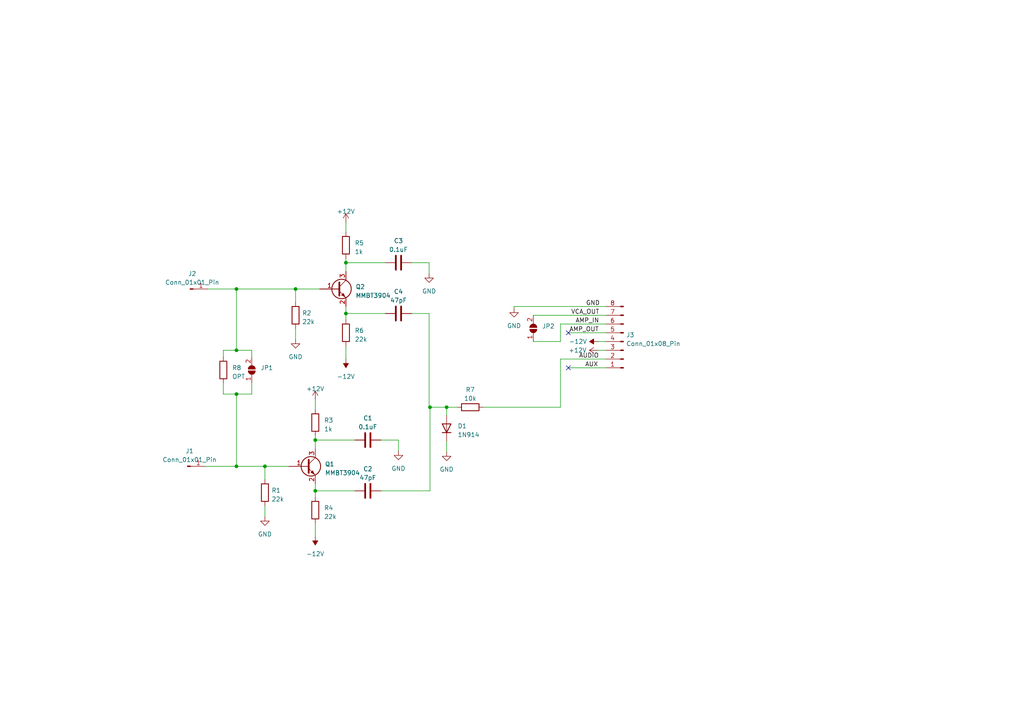
<source format=kicad_sch>
(kicad_sch (version 20221206) (generator eeschema)

  (uuid 7b000307-fb09-4732-bd45-31acbef2c52b)

  (paper "A4")

  (lib_symbols
    (symbol "Connector:Conn_01x01_Pin" (pin_names (offset 1.016) hide) (in_bom yes) (on_board yes)
      (property "Reference" "J" (at 0 2.54 0)
        (effects (font (size 1.27 1.27)))
      )
      (property "Value" "Conn_01x01_Pin" (at 0 -2.54 0)
        (effects (font (size 1.27 1.27)))
      )
      (property "Footprint" "" (at 0 0 0)
        (effects (font (size 1.27 1.27)) hide)
      )
      (property "Datasheet" "~" (at 0 0 0)
        (effects (font (size 1.27 1.27)) hide)
      )
      (property "ki_locked" "" (at 0 0 0)
        (effects (font (size 1.27 1.27)))
      )
      (property "ki_keywords" "connector" (at 0 0 0)
        (effects (font (size 1.27 1.27)) hide)
      )
      (property "ki_description" "Generic connector, single row, 01x01, script generated" (at 0 0 0)
        (effects (font (size 1.27 1.27)) hide)
      )
      (property "ki_fp_filters" "Connector*:*_1x??_*" (at 0 0 0)
        (effects (font (size 1.27 1.27)) hide)
      )
      (symbol "Conn_01x01_Pin_1_1"
        (polyline
          (pts
            (xy 1.27 0)
            (xy 0.8636 0)
          )
          (stroke (width 0.1524) (type default))
          (fill (type none))
        )
        (rectangle (start 0.8636 0.127) (end 0 -0.127)
          (stroke (width 0.1524) (type default))
          (fill (type outline))
        )
        (pin passive line (at 5.08 0 180) (length 3.81)
          (name "Pin_1" (effects (font (size 1.27 1.27))))
          (number "1" (effects (font (size 1.27 1.27))))
        )
      )
    )
    (symbol "Connector:Conn_01x08_Pin" (pin_names (offset 1.016) hide) (in_bom yes) (on_board yes)
      (property "Reference" "J" (at 0 10.16 0)
        (effects (font (size 1.27 1.27)))
      )
      (property "Value" "Conn_01x08_Pin" (at 0 -12.7 0)
        (effects (font (size 1.27 1.27)))
      )
      (property "Footprint" "" (at 0 0 0)
        (effects (font (size 1.27 1.27)) hide)
      )
      (property "Datasheet" "~" (at 0 0 0)
        (effects (font (size 1.27 1.27)) hide)
      )
      (property "ki_locked" "" (at 0 0 0)
        (effects (font (size 1.27 1.27)))
      )
      (property "ki_keywords" "connector" (at 0 0 0)
        (effects (font (size 1.27 1.27)) hide)
      )
      (property "ki_description" "Generic connector, single row, 01x08, script generated" (at 0 0 0)
        (effects (font (size 1.27 1.27)) hide)
      )
      (property "ki_fp_filters" "Connector*:*_1x??_*" (at 0 0 0)
        (effects (font (size 1.27 1.27)) hide)
      )
      (symbol "Conn_01x08_Pin_1_1"
        (polyline
          (pts
            (xy 1.27 -10.16)
            (xy 0.8636 -10.16)
          )
          (stroke (width 0.1524) (type default))
          (fill (type none))
        )
        (polyline
          (pts
            (xy 1.27 -7.62)
            (xy 0.8636 -7.62)
          )
          (stroke (width 0.1524) (type default))
          (fill (type none))
        )
        (polyline
          (pts
            (xy 1.27 -5.08)
            (xy 0.8636 -5.08)
          )
          (stroke (width 0.1524) (type default))
          (fill (type none))
        )
        (polyline
          (pts
            (xy 1.27 -2.54)
            (xy 0.8636 -2.54)
          )
          (stroke (width 0.1524) (type default))
          (fill (type none))
        )
        (polyline
          (pts
            (xy 1.27 0)
            (xy 0.8636 0)
          )
          (stroke (width 0.1524) (type default))
          (fill (type none))
        )
        (polyline
          (pts
            (xy 1.27 2.54)
            (xy 0.8636 2.54)
          )
          (stroke (width 0.1524) (type default))
          (fill (type none))
        )
        (polyline
          (pts
            (xy 1.27 5.08)
            (xy 0.8636 5.08)
          )
          (stroke (width 0.1524) (type default))
          (fill (type none))
        )
        (polyline
          (pts
            (xy 1.27 7.62)
            (xy 0.8636 7.62)
          )
          (stroke (width 0.1524) (type default))
          (fill (type none))
        )
        (rectangle (start 0.8636 -10.033) (end 0 -10.287)
          (stroke (width 0.1524) (type default))
          (fill (type outline))
        )
        (rectangle (start 0.8636 -7.493) (end 0 -7.747)
          (stroke (width 0.1524) (type default))
          (fill (type outline))
        )
        (rectangle (start 0.8636 -4.953) (end 0 -5.207)
          (stroke (width 0.1524) (type default))
          (fill (type outline))
        )
        (rectangle (start 0.8636 -2.413) (end 0 -2.667)
          (stroke (width 0.1524) (type default))
          (fill (type outline))
        )
        (rectangle (start 0.8636 0.127) (end 0 -0.127)
          (stroke (width 0.1524) (type default))
          (fill (type outline))
        )
        (rectangle (start 0.8636 2.667) (end 0 2.413)
          (stroke (width 0.1524) (type default))
          (fill (type outline))
        )
        (rectangle (start 0.8636 5.207) (end 0 4.953)
          (stroke (width 0.1524) (type default))
          (fill (type outline))
        )
        (rectangle (start 0.8636 7.747) (end 0 7.493)
          (stroke (width 0.1524) (type default))
          (fill (type outline))
        )
        (pin passive line (at 5.08 7.62 180) (length 3.81)
          (name "Pin_1" (effects (font (size 1.27 1.27))))
          (number "1" (effects (font (size 1.27 1.27))))
        )
        (pin passive line (at 5.08 5.08 180) (length 3.81)
          (name "Pin_2" (effects (font (size 1.27 1.27))))
          (number "2" (effects (font (size 1.27 1.27))))
        )
        (pin passive line (at 5.08 2.54 180) (length 3.81)
          (name "Pin_3" (effects (font (size 1.27 1.27))))
          (number "3" (effects (font (size 1.27 1.27))))
        )
        (pin passive line (at 5.08 0 180) (length 3.81)
          (name "Pin_4" (effects (font (size 1.27 1.27))))
          (number "4" (effects (font (size 1.27 1.27))))
        )
        (pin passive line (at 5.08 -2.54 180) (length 3.81)
          (name "Pin_5" (effects (font (size 1.27 1.27))))
          (number "5" (effects (font (size 1.27 1.27))))
        )
        (pin passive line (at 5.08 -5.08 180) (length 3.81)
          (name "Pin_6" (effects (font (size 1.27 1.27))))
          (number "6" (effects (font (size 1.27 1.27))))
        )
        (pin passive line (at 5.08 -7.62 180) (length 3.81)
          (name "Pin_7" (effects (font (size 1.27 1.27))))
          (number "7" (effects (font (size 1.27 1.27))))
        )
        (pin passive line (at 5.08 -10.16 180) (length 3.81)
          (name "Pin_8" (effects (font (size 1.27 1.27))))
          (number "8" (effects (font (size 1.27 1.27))))
        )
      )
    )
    (symbol "Device:C" (pin_numbers hide) (pin_names (offset 0.254)) (in_bom yes) (on_board yes)
      (property "Reference" "C" (at 0.635 2.54 0)
        (effects (font (size 1.27 1.27)) (justify left))
      )
      (property "Value" "C" (at 0.635 -2.54 0)
        (effects (font (size 1.27 1.27)) (justify left))
      )
      (property "Footprint" "" (at 0.9652 -3.81 0)
        (effects (font (size 1.27 1.27)) hide)
      )
      (property "Datasheet" "~" (at 0 0 0)
        (effects (font (size 1.27 1.27)) hide)
      )
      (property "ki_keywords" "cap capacitor" (at 0 0 0)
        (effects (font (size 1.27 1.27)) hide)
      )
      (property "ki_description" "Unpolarized capacitor" (at 0 0 0)
        (effects (font (size 1.27 1.27)) hide)
      )
      (property "ki_fp_filters" "C_*" (at 0 0 0)
        (effects (font (size 1.27 1.27)) hide)
      )
      (symbol "C_0_1"
        (polyline
          (pts
            (xy -2.032 -0.762)
            (xy 2.032 -0.762)
          )
          (stroke (width 0.508) (type default))
          (fill (type none))
        )
        (polyline
          (pts
            (xy -2.032 0.762)
            (xy 2.032 0.762)
          )
          (stroke (width 0.508) (type default))
          (fill (type none))
        )
      )
      (symbol "C_1_1"
        (pin passive line (at 0 3.81 270) (length 2.794)
          (name "~" (effects (font (size 1.27 1.27))))
          (number "1" (effects (font (size 1.27 1.27))))
        )
        (pin passive line (at 0 -3.81 90) (length 2.794)
          (name "~" (effects (font (size 1.27 1.27))))
          (number "2" (effects (font (size 1.27 1.27))))
        )
      )
    )
    (symbol "Device:R" (pin_numbers hide) (pin_names (offset 0)) (in_bom yes) (on_board yes)
      (property "Reference" "R" (at 2.032 0 90)
        (effects (font (size 1.27 1.27)))
      )
      (property "Value" "R" (at 0 0 90)
        (effects (font (size 1.27 1.27)))
      )
      (property "Footprint" "" (at -1.778 0 90)
        (effects (font (size 1.27 1.27)) hide)
      )
      (property "Datasheet" "~" (at 0 0 0)
        (effects (font (size 1.27 1.27)) hide)
      )
      (property "ki_keywords" "R res resistor" (at 0 0 0)
        (effects (font (size 1.27 1.27)) hide)
      )
      (property "ki_description" "Resistor" (at 0 0 0)
        (effects (font (size 1.27 1.27)) hide)
      )
      (property "ki_fp_filters" "R_*" (at 0 0 0)
        (effects (font (size 1.27 1.27)) hide)
      )
      (symbol "R_0_1"
        (rectangle (start -1.016 -2.54) (end 1.016 2.54)
          (stroke (width 0.254) (type default))
          (fill (type none))
        )
      )
      (symbol "R_1_1"
        (pin passive line (at 0 3.81 270) (length 1.27)
          (name "~" (effects (font (size 1.27 1.27))))
          (number "1" (effects (font (size 1.27 1.27))))
        )
        (pin passive line (at 0 -3.81 90) (length 1.27)
          (name "~" (effects (font (size 1.27 1.27))))
          (number "2" (effects (font (size 1.27 1.27))))
        )
      )
    )
    (symbol "Diode:1N914" (pin_numbers hide) (pin_names hide) (in_bom yes) (on_board yes)
      (property "Reference" "D" (at 0 2.54 0)
        (effects (font (size 1.27 1.27)))
      )
      (property "Value" "1N914" (at 0 -2.54 0)
        (effects (font (size 1.27 1.27)))
      )
      (property "Footprint" "Diode_THT:D_DO-35_SOD27_P7.62mm_Horizontal" (at 0 -4.445 0)
        (effects (font (size 1.27 1.27)) hide)
      )
      (property "Datasheet" "http://www.vishay.com/docs/85622/1n914.pdf" (at 0 0 0)
        (effects (font (size 1.27 1.27)) hide)
      )
      (property "ki_keywords" "diode" (at 0 0 0)
        (effects (font (size 1.27 1.27)) hide)
      )
      (property "ki_description" "100V 0.3A Small Signal Fast Switching Diode, DO-35" (at 0 0 0)
        (effects (font (size 1.27 1.27)) hide)
      )
      (property "ki_fp_filters" "D*DO?35*" (at 0 0 0)
        (effects (font (size 1.27 1.27)) hide)
      )
      (symbol "1N914_0_1"
        (polyline
          (pts
            (xy -1.27 1.27)
            (xy -1.27 -1.27)
          )
          (stroke (width 0.254) (type default))
          (fill (type none))
        )
        (polyline
          (pts
            (xy 1.27 0)
            (xy -1.27 0)
          )
          (stroke (width 0) (type default))
          (fill (type none))
        )
        (polyline
          (pts
            (xy 1.27 1.27)
            (xy 1.27 -1.27)
            (xy -1.27 0)
            (xy 1.27 1.27)
          )
          (stroke (width 0.254) (type default))
          (fill (type none))
        )
      )
      (symbol "1N914_1_1"
        (pin passive line (at -3.81 0 0) (length 2.54)
          (name "K" (effects (font (size 1.27 1.27))))
          (number "1" (effects (font (size 1.27 1.27))))
        )
        (pin passive line (at 3.81 0 180) (length 2.54)
          (name "A" (effects (font (size 1.27 1.27))))
          (number "2" (effects (font (size 1.27 1.27))))
        )
      )
    )
    (symbol "Jumper:SolderJumper_2_Open" (pin_names (offset 0) hide) (in_bom yes) (on_board yes)
      (property "Reference" "JP" (at 0 2.032 0)
        (effects (font (size 1.27 1.27)))
      )
      (property "Value" "SolderJumper_2_Open" (at 0 -2.54 0)
        (effects (font (size 1.27 1.27)))
      )
      (property "Footprint" "" (at 0 0 0)
        (effects (font (size 1.27 1.27)) hide)
      )
      (property "Datasheet" "~" (at 0 0 0)
        (effects (font (size 1.27 1.27)) hide)
      )
      (property "ki_keywords" "solder jumper SPST" (at 0 0 0)
        (effects (font (size 1.27 1.27)) hide)
      )
      (property "ki_description" "Solder Jumper, 2-pole, open" (at 0 0 0)
        (effects (font (size 1.27 1.27)) hide)
      )
      (property "ki_fp_filters" "SolderJumper*Open*" (at 0 0 0)
        (effects (font (size 1.27 1.27)) hide)
      )
      (symbol "SolderJumper_2_Open_0_1"
        (arc (start -0.254 1.016) (mid -1.2656 0) (end -0.254 -1.016)
          (stroke (width 0) (type default))
          (fill (type none))
        )
        (arc (start -0.254 1.016) (mid -1.2656 0) (end -0.254 -1.016)
          (stroke (width 0) (type default))
          (fill (type outline))
        )
        (polyline
          (pts
            (xy -0.254 1.016)
            (xy -0.254 -1.016)
          )
          (stroke (width 0) (type default))
          (fill (type none))
        )
        (polyline
          (pts
            (xy 0.254 1.016)
            (xy 0.254 -1.016)
          )
          (stroke (width 0) (type default))
          (fill (type none))
        )
        (arc (start 0.254 -1.016) (mid 1.2656 0) (end 0.254 1.016)
          (stroke (width 0) (type default))
          (fill (type none))
        )
        (arc (start 0.254 -1.016) (mid 1.2656 0) (end 0.254 1.016)
          (stroke (width 0) (type default))
          (fill (type outline))
        )
      )
      (symbol "SolderJumper_2_Open_1_1"
        (pin passive line (at -3.81 0 0) (length 2.54)
          (name "A" (effects (font (size 1.27 1.27))))
          (number "1" (effects (font (size 1.27 1.27))))
        )
        (pin passive line (at 3.81 0 180) (length 2.54)
          (name "B" (effects (font (size 1.27 1.27))))
          (number "2" (effects (font (size 1.27 1.27))))
        )
      )
    )
    (symbol "Transistor_BJT:MMBT3904" (pin_names (offset 0) hide) (in_bom yes) (on_board yes)
      (property "Reference" "Q" (at 5.08 1.905 0)
        (effects (font (size 1.27 1.27)) (justify left))
      )
      (property "Value" "MMBT3904" (at 5.08 0 0)
        (effects (font (size 1.27 1.27)) (justify left))
      )
      (property "Footprint" "Package_TO_SOT_SMD:SOT-23" (at 5.08 -1.905 0)
        (effects (font (size 1.27 1.27) italic) (justify left) hide)
      )
      (property "Datasheet" "https://www.onsemi.com/pub/Collateral/2N3903-D.PDF" (at 0 0 0)
        (effects (font (size 1.27 1.27)) (justify left) hide)
      )
      (property "ki_keywords" "NPN Transistor" (at 0 0 0)
        (effects (font (size 1.27 1.27)) hide)
      )
      (property "ki_description" "0.2A Ic, 40V Vce, Small Signal NPN Transistor, SOT-23" (at 0 0 0)
        (effects (font (size 1.27 1.27)) hide)
      )
      (property "ki_fp_filters" "SOT?23*" (at 0 0 0)
        (effects (font (size 1.27 1.27)) hide)
      )
      (symbol "MMBT3904_0_1"
        (polyline
          (pts
            (xy 0.635 0.635)
            (xy 2.54 2.54)
          )
          (stroke (width 0) (type default))
          (fill (type none))
        )
        (polyline
          (pts
            (xy 0.635 -0.635)
            (xy 2.54 -2.54)
            (xy 2.54 -2.54)
          )
          (stroke (width 0) (type default))
          (fill (type none))
        )
        (polyline
          (pts
            (xy 0.635 1.905)
            (xy 0.635 -1.905)
            (xy 0.635 -1.905)
          )
          (stroke (width 0.508) (type default))
          (fill (type none))
        )
        (polyline
          (pts
            (xy 1.27 -1.778)
            (xy 1.778 -1.27)
            (xy 2.286 -2.286)
            (xy 1.27 -1.778)
            (xy 1.27 -1.778)
          )
          (stroke (width 0) (type default))
          (fill (type outline))
        )
        (circle (center 1.27 0) (radius 2.8194)
          (stroke (width 0.254) (type default))
          (fill (type none))
        )
      )
      (symbol "MMBT3904_1_1"
        (pin input line (at -5.08 0 0) (length 5.715)
          (name "B" (effects (font (size 1.27 1.27))))
          (number "1" (effects (font (size 1.27 1.27))))
        )
        (pin passive line (at 2.54 -5.08 90) (length 2.54)
          (name "E" (effects (font (size 1.27 1.27))))
          (number "2" (effects (font (size 1.27 1.27))))
        )
        (pin passive line (at 2.54 5.08 270) (length 2.54)
          (name "C" (effects (font (size 1.27 1.27))))
          (number "3" (effects (font (size 1.27 1.27))))
        )
      )
    )
    (symbol "power:+12V" (power) (pin_names (offset 0)) (in_bom yes) (on_board yes)
      (property "Reference" "#PWR" (at 0 -3.81 0)
        (effects (font (size 1.27 1.27)) hide)
      )
      (property "Value" "+12V" (at 0 3.556 0)
        (effects (font (size 1.27 1.27)))
      )
      (property "Footprint" "" (at 0 0 0)
        (effects (font (size 1.27 1.27)) hide)
      )
      (property "Datasheet" "" (at 0 0 0)
        (effects (font (size 1.27 1.27)) hide)
      )
      (property "ki_keywords" "global power" (at 0 0 0)
        (effects (font (size 1.27 1.27)) hide)
      )
      (property "ki_description" "Power symbol creates a global label with name \"+12V\"" (at 0 0 0)
        (effects (font (size 1.27 1.27)) hide)
      )
      (symbol "+12V_0_1"
        (polyline
          (pts
            (xy -0.762 1.27)
            (xy 0 2.54)
          )
          (stroke (width 0) (type default))
          (fill (type none))
        )
        (polyline
          (pts
            (xy 0 0)
            (xy 0 2.54)
          )
          (stroke (width 0) (type default))
          (fill (type none))
        )
        (polyline
          (pts
            (xy 0 2.54)
            (xy 0.762 1.27)
          )
          (stroke (width 0) (type default))
          (fill (type none))
        )
      )
      (symbol "+12V_1_1"
        (pin power_in line (at 0 0 90) (length 0) hide
          (name "+12V" (effects (font (size 1.27 1.27))))
          (number "1" (effects (font (size 1.27 1.27))))
        )
      )
    )
    (symbol "power:-12V" (power) (pin_names (offset 0)) (in_bom yes) (on_board yes)
      (property "Reference" "#PWR" (at 0 2.54 0)
        (effects (font (size 1.27 1.27)) hide)
      )
      (property "Value" "-12V" (at 0 3.81 0)
        (effects (font (size 1.27 1.27)))
      )
      (property "Footprint" "" (at 0 0 0)
        (effects (font (size 1.27 1.27)) hide)
      )
      (property "Datasheet" "" (at 0 0 0)
        (effects (font (size 1.27 1.27)) hide)
      )
      (property "ki_keywords" "global power" (at 0 0 0)
        (effects (font (size 1.27 1.27)) hide)
      )
      (property "ki_description" "Power symbol creates a global label with name \"-12V\"" (at 0 0 0)
        (effects (font (size 1.27 1.27)) hide)
      )
      (symbol "-12V_0_0"
        (pin power_in line (at 0 0 90) (length 0) hide
          (name "-12V" (effects (font (size 1.27 1.27))))
          (number "1" (effects (font (size 1.27 1.27))))
        )
      )
      (symbol "-12V_0_1"
        (polyline
          (pts
            (xy 0 0)
            (xy 0 1.27)
            (xy 0.762 1.27)
            (xy 0 2.54)
            (xy -0.762 1.27)
            (xy 0 1.27)
          )
          (stroke (width 0) (type default))
          (fill (type outline))
        )
      )
    )
    (symbol "power:GND" (power) (pin_names (offset 0)) (in_bom yes) (on_board yes)
      (property "Reference" "#PWR" (at 0 -6.35 0)
        (effects (font (size 1.27 1.27)) hide)
      )
      (property "Value" "GND" (at 0 -3.81 0)
        (effects (font (size 1.27 1.27)))
      )
      (property "Footprint" "" (at 0 0 0)
        (effects (font (size 1.27 1.27)) hide)
      )
      (property "Datasheet" "" (at 0 0 0)
        (effects (font (size 1.27 1.27)) hide)
      )
      (property "ki_keywords" "global power" (at 0 0 0)
        (effects (font (size 1.27 1.27)) hide)
      )
      (property "ki_description" "Power symbol creates a global label with name \"GND\" , ground" (at 0 0 0)
        (effects (font (size 1.27 1.27)) hide)
      )
      (symbol "GND_0_1"
        (polyline
          (pts
            (xy 0 0)
            (xy 0 -1.27)
            (xy 1.27 -1.27)
            (xy 0 -2.54)
            (xy -1.27 -1.27)
            (xy 0 -1.27)
          )
          (stroke (width 0) (type default))
          (fill (type none))
        )
      )
      (symbol "GND_1_1"
        (pin power_in line (at 0 0 270) (length 0) hide
          (name "GND" (effects (font (size 1.27 1.27))))
          (number "1" (effects (font (size 1.27 1.27))))
        )
      )
    )
  )

  (junction (at 124.714 118.11) (diameter 0) (color 0 0 0 0)
    (uuid 03ed4b1b-e18a-4a5e-920a-59febeb9dc00)
  )
  (junction (at 76.835 135.255) (diameter 0) (color 0 0 0 0)
    (uuid 2ef4995e-d513-40a3-9b79-82ba0ba03cdb)
  )
  (junction (at 91.44 142.367) (diameter 0) (color 0 0 0 0)
    (uuid 39877476-38e6-4010-8b41-c7ab18e23e25)
  )
  (junction (at 129.54 118.11) (diameter 0) (color 0 0 0 0)
    (uuid 565f3d60-71a5-4cf4-b48f-5dc145d304af)
  )
  (junction (at 91.44 127.635) (diameter 0) (color 0 0 0 0)
    (uuid 9b174550-af8c-44d7-9007-7ba44786f11d)
  )
  (junction (at 68.58 83.82) (diameter 0) (color 0 0 0 0)
    (uuid a227a3af-0d66-49cb-9c96-82cdb7d34348)
  )
  (junction (at 100.33 76.2) (diameter 0) (color 0 0 0 0)
    (uuid b400c647-61e6-4a1f-973d-9e373c4a44cc)
  )
  (junction (at 85.725 83.82) (diameter 0) (color 0 0 0 0)
    (uuid c0af973e-f748-474f-a343-2a166a735439)
  )
  (junction (at 68.58 101.6) (diameter 0) (color 0 0 0 0)
    (uuid c99a7d02-b069-414a-b248-341d01571010)
  )
  (junction (at 68.58 135.255) (diameter 0) (color 0 0 0 0)
    (uuid d74ef603-c2e3-4e3e-a78f-adbfb451439b)
  )
  (junction (at 100.33 90.932) (diameter 0) (color 0 0 0 0)
    (uuid e0a7590f-e3e1-47a3-8ede-657bb96b8d5d)
  )
  (junction (at 68.58 114.3) (diameter 0) (color 0 0 0 0)
    (uuid edc186d4-3e81-4bd8-b8bf-92bf5defd9aa)
  )

  (no_connect (at 164.846 106.68) (uuid 07016379-7560-4749-aede-2951cc41865d))
  (no_connect (at 164.846 96.52) (uuid 91d3b4fd-d370-476d-b42e-af7d50e3fe15))

  (wire (pts (xy 60.198 83.82) (xy 68.58 83.82))
    (stroke (width 0) (type default))
    (uuid 024733db-d20e-40ef-a9b4-7ae306e4b754)
  )
  (wire (pts (xy 115.57 127.635) (xy 115.57 130.81))
    (stroke (width 0) (type default))
    (uuid 11889502-7156-4449-8305-5d67819bf0d9)
  )
  (wire (pts (xy 119.38 90.932) (xy 124.46 90.932))
    (stroke (width 0) (type default))
    (uuid 15db5ceb-7022-4099-aa7d-921416e4841c)
  )
  (wire (pts (xy 173.482 99.06) (xy 175.768 99.06))
    (stroke (width 0) (type default))
    (uuid 1e1d7b7c-d344-4c5c-becc-a4353fc1c98f)
  )
  (wire (pts (xy 154.686 91.44) (xy 175.768 91.44))
    (stroke (width 0) (type default))
    (uuid 1f36a7d3-fe0b-48d1-8b07-125259c5684b)
  )
  (wire (pts (xy 76.835 135.255) (xy 83.82 135.255))
    (stroke (width 0) (type default))
    (uuid 1ff5d32a-9f5e-4902-80f0-9c645b015a51)
  )
  (wire (pts (xy 68.58 114.3) (xy 68.58 135.255))
    (stroke (width 0) (type default))
    (uuid 24aae435-acbc-452c-a00f-feec56de0b56)
  )
  (wire (pts (xy 162.56 104.14) (xy 175.768 104.14))
    (stroke (width 0) (type default))
    (uuid 25b9d4e1-540b-4764-84ab-25ca3278ec5c)
  )
  (wire (pts (xy 175.768 88.9) (xy 149.098 88.9))
    (stroke (width 0) (type default))
    (uuid 30d215d3-0dce-4473-9de5-02002855f59a)
  )
  (wire (pts (xy 111.76 76.2) (xy 100.33 76.2))
    (stroke (width 0) (type default))
    (uuid 34988d98-465c-4739-a0cc-75336e10691f)
  )
  (wire (pts (xy 129.54 118.11) (xy 129.54 120.396))
    (stroke (width 0) (type default))
    (uuid 3a496560-e0b4-4628-9325-fca491bf40f4)
  )
  (wire (pts (xy 124.714 118.11) (xy 129.54 118.11))
    (stroke (width 0) (type default))
    (uuid 3cc01301-08bb-43b3-a287-d2e624920378)
  )
  (wire (pts (xy 119.38 76.2) (xy 124.46 76.2))
    (stroke (width 0) (type default))
    (uuid 3fdbf1c5-5387-4185-bff7-bf1126e92b23)
  )
  (wire (pts (xy 68.58 101.6) (xy 73.025 101.6))
    (stroke (width 0) (type default))
    (uuid 492fd932-09f6-4e06-b353-d65abbe64218)
  )
  (wire (pts (xy 102.87 142.367) (xy 91.44 142.367))
    (stroke (width 0) (type default))
    (uuid 53570700-8677-4b32-b3bd-f0347dbe7d3a)
  )
  (wire (pts (xy 85.725 83.82) (xy 85.725 87.63))
    (stroke (width 0) (type default))
    (uuid 5569e15c-e11a-4d87-803a-9d2b523b89b9)
  )
  (wire (pts (xy 162.56 118.11) (xy 162.56 104.14))
    (stroke (width 0) (type default))
    (uuid 58c5c12e-3e5a-4fcf-908b-d36e96e5f9f4)
  )
  (wire (pts (xy 164.846 96.52) (xy 175.768 96.52))
    (stroke (width 0) (type default))
    (uuid 598ddf25-8db0-45ef-912d-adb324981bf4)
  )
  (wire (pts (xy 68.58 114.3) (xy 73.025 114.3))
    (stroke (width 0) (type default))
    (uuid 5b2b9bdf-0111-403e-b208-705fa4e2d6c6)
  )
  (wire (pts (xy 73.025 114.3) (xy 73.025 111.125))
    (stroke (width 0) (type default))
    (uuid 5b45eb9e-16bb-4e4c-b661-2f5b836f39f2)
  )
  (wire (pts (xy 76.835 135.255) (xy 76.835 139.065))
    (stroke (width 0) (type default))
    (uuid 5b9a6467-50eb-4a53-a0ae-035ded638754)
  )
  (wire (pts (xy 124.714 118.11) (xy 124.714 142.367))
    (stroke (width 0) (type default))
    (uuid 5ffc6580-ce52-4478-bf48-e17170f0d0f8)
  )
  (wire (pts (xy 64.77 114.3) (xy 68.58 114.3))
    (stroke (width 0) (type default))
    (uuid 610fe438-b0ad-42fd-ab76-4ddf60591516)
  )
  (wire (pts (xy 164.846 106.68) (xy 175.768 106.68))
    (stroke (width 0) (type default))
    (uuid 64b55d8d-0bb8-410f-8117-d0c1fb094b42)
  )
  (wire (pts (xy 91.44 127.635) (xy 91.44 130.175))
    (stroke (width 0) (type default))
    (uuid 679c3db2-d967-4ddf-919f-21dfc6cfefd4)
  )
  (wire (pts (xy 68.58 83.82) (xy 85.725 83.82))
    (stroke (width 0) (type default))
    (uuid 6a4090f1-ec0b-4bc0-ace7-796dff18fc57)
  )
  (wire (pts (xy 64.77 103.505) (xy 64.77 101.6))
    (stroke (width 0) (type default))
    (uuid 6e4ed47c-2635-4818-8fe9-e63f7f4eeb59)
  )
  (wire (pts (xy 68.58 135.255) (xy 76.835 135.255))
    (stroke (width 0) (type default))
    (uuid 6f9d1868-63de-4506-a58a-9a024a4d4a6b)
  )
  (wire (pts (xy 100.33 74.93) (xy 100.33 76.2))
    (stroke (width 0) (type default))
    (uuid 7568289c-d337-477e-9c49-9aaccba82990)
  )
  (wire (pts (xy 64.77 111.125) (xy 64.77 114.3))
    (stroke (width 0) (type default))
    (uuid 78cabae5-c7fe-4721-b35f-24873ae88591)
  )
  (wire (pts (xy 73.025 101.6) (xy 73.025 103.505))
    (stroke (width 0) (type default))
    (uuid 797b7814-84c1-43c0-a464-f756f19be5cb)
  )
  (wire (pts (xy 110.49 127.635) (xy 115.57 127.635))
    (stroke (width 0) (type default))
    (uuid 7d2095d7-1f7e-48ec-aa97-2a8976aee7ae)
  )
  (wire (pts (xy 110.49 142.367) (xy 124.714 142.367))
    (stroke (width 0) (type default))
    (uuid 811a98d3-bc31-4352-85af-66f61657e99b)
  )
  (wire (pts (xy 124.46 76.2) (xy 124.46 79.375))
    (stroke (width 0) (type default))
    (uuid 815d6908-b7cd-4cf9-b6ef-9c66e9a0b1b6)
  )
  (wire (pts (xy 100.33 100.33) (xy 100.33 104.14))
    (stroke (width 0) (type default))
    (uuid 844eab51-91a4-4bb9-a1c9-37970b152e05)
  )
  (wire (pts (xy 149.098 88.9) (xy 149.098 89.408))
    (stroke (width 0) (type default))
    (uuid 84cae5a6-7b89-46b5-b50e-70d8e40ed2aa)
  )
  (wire (pts (xy 100.33 90.932) (xy 100.33 92.71))
    (stroke (width 0) (type default))
    (uuid 8a5408b4-02ca-4206-b182-3e1119fdb332)
  )
  (wire (pts (xy 91.44 126.365) (xy 91.44 127.635))
    (stroke (width 0) (type default))
    (uuid 915e7265-226f-4536-ac97-8d4d42066e0f)
  )
  (wire (pts (xy 68.58 83.82) (xy 68.58 101.6))
    (stroke (width 0) (type default))
    (uuid 9218cf71-852c-45f2-80a3-af5a710ec8e5)
  )
  (wire (pts (xy 162.56 99.06) (xy 162.56 93.98))
    (stroke (width 0) (type default))
    (uuid 9468f391-02eb-44a5-aa57-0134434a140a)
  )
  (wire (pts (xy 140.208 118.11) (xy 162.56 118.11))
    (stroke (width 0) (type default))
    (uuid 96f5d606-deaa-4745-a3f5-34a415cd5b40)
  )
  (wire (pts (xy 129.54 128.016) (xy 129.54 131.064))
    (stroke (width 0) (type default))
    (uuid a2cdba15-d6b4-4da3-ac0f-8234a7ca826a)
  )
  (wire (pts (xy 154.686 99.06) (xy 162.56 99.06))
    (stroke (width 0) (type default))
    (uuid b181cf89-da62-42e6-bbcb-b42480dc4f17)
  )
  (wire (pts (xy 111.76 90.932) (xy 100.33 90.932))
    (stroke (width 0) (type default))
    (uuid b2cb0f13-fb47-4ba4-b983-6b5359fa45f5)
  )
  (wire (pts (xy 102.87 127.635) (xy 91.44 127.635))
    (stroke (width 0) (type default))
    (uuid b4a8765b-4d03-46f6-a7ad-de7b3e8cfb62)
  )
  (wire (pts (xy 162.56 93.98) (xy 175.768 93.98))
    (stroke (width 0) (type default))
    (uuid c170e73d-aa78-4202-abd8-4264113699d2)
  )
  (wire (pts (xy 124.714 118.11) (xy 124.46 118.11))
    (stroke (width 0) (type default))
    (uuid c22f0667-2d37-4d4f-8526-9b51c4381d49)
  )
  (wire (pts (xy 100.33 76.2) (xy 100.33 78.74))
    (stroke (width 0) (type default))
    (uuid c709d5fe-9ef0-4dc1-aec5-2b445b5558e4)
  )
  (wire (pts (xy 124.46 90.932) (xy 124.46 118.11))
    (stroke (width 0) (type default))
    (uuid cbf7243b-7c84-44cd-b512-cd4727b95aee)
  )
  (wire (pts (xy 100.33 88.9) (xy 100.33 90.932))
    (stroke (width 0) (type default))
    (uuid d0995acb-b5bc-4973-b7f2-e59b45820115)
  )
  (wire (pts (xy 91.44 140.335) (xy 91.44 142.367))
    (stroke (width 0) (type default))
    (uuid d1403198-6f9d-4297-915e-55648e3393f7)
  )
  (wire (pts (xy 64.77 101.6) (xy 68.58 101.6))
    (stroke (width 0) (type default))
    (uuid d4c988b1-8aa6-41ab-8301-a9ca2eb0a216)
  )
  (wire (pts (xy 85.725 83.82) (xy 92.71 83.82))
    (stroke (width 0) (type default))
    (uuid db57de7d-7f7c-4860-9944-4d7c21ce5e10)
  )
  (wire (pts (xy 173.482 101.6) (xy 175.768 101.6))
    (stroke (width 0) (type default))
    (uuid db8c8f89-eaff-410d-b508-058dc4a2d33f)
  )
  (wire (pts (xy 59.436 135.255) (xy 68.58 135.255))
    (stroke (width 0) (type default))
    (uuid dd945ea0-749f-469e-9d18-7ef1c80a4007)
  )
  (wire (pts (xy 91.44 142.367) (xy 91.44 144.145))
    (stroke (width 0) (type default))
    (uuid e46bde4c-4661-458e-acc3-5a25f66c74f7)
  )
  (wire (pts (xy 129.54 118.11) (xy 132.588 118.11))
    (stroke (width 0) (type default))
    (uuid e5409c3a-e252-4d18-88e6-2d7ebd2ff6a0)
  )
  (wire (pts (xy 85.725 95.25) (xy 85.725 98.425))
    (stroke (width 0) (type default))
    (uuid e7c2c81a-ab13-450d-894d-de11d10f62cf)
  )
  (wire (pts (xy 100.33 64.516) (xy 100.33 67.31))
    (stroke (width 0) (type default))
    (uuid ecaf3add-01d1-4e22-b7df-a9096bce2cee)
  )
  (wire (pts (xy 91.44 115.951) (xy 91.44 118.745))
    (stroke (width 0) (type default))
    (uuid f0d0f814-03e0-4cd9-9b6a-59aa59d93661)
  )
  (wire (pts (xy 91.44 151.765) (xy 91.44 155.575))
    (stroke (width 0) (type default))
    (uuid f88a8dfe-9f97-437a-b08e-d75d9f2865d4)
  )
  (wire (pts (xy 76.835 146.685) (xy 76.835 149.86))
    (stroke (width 0) (type default))
    (uuid f8f89b64-a556-4628-979b-603f67d5aec4)
  )

  (label "VCA_OUT" (at 165.608 91.44 0) (fields_autoplaced)
    (effects (font (size 1.27 1.27)) (justify left bottom))
    (uuid 1c6aa237-d852-41bb-b23a-a67b87848828)
  )
  (label "AUX" (at 169.672 106.68 0) (fields_autoplaced)
    (effects (font (size 1.27 1.27)) (justify left bottom))
    (uuid 2dc966c8-64b4-41be-a203-d060c0c9bdf7)
  )
  (label "AUDIO" (at 167.894 104.14 0) (fields_autoplaced)
    (effects (font (size 1.27 1.27)) (justify left bottom))
    (uuid 9eac6cf2-c0af-4c31-8bf5-8cdd3e3e29bf)
  )
  (label "AMP_IN" (at 166.878 93.98 0) (fields_autoplaced)
    (effects (font (size 1.27 1.27)) (justify left bottom))
    (uuid b764c364-287b-4e84-990f-f6e23a37f627)
  )
  (label "GND" (at 169.926 88.9 0) (fields_autoplaced)
    (effects (font (size 1.27 1.27)) (justify left bottom))
    (uuid e25c601a-a67c-4766-a312-da2dabbf4c08)
  )
  (label "AMP_OUT" (at 165.1 96.52 0) (fields_autoplaced)
    (effects (font (size 1.27 1.27)) (justify left bottom))
    (uuid e3f3fffc-3c8a-4542-a469-6aa2cdd69f8a)
  )

  (symbol (lib_id "Device:C") (at 106.68 142.367 90) (unit 1)
    (in_bom yes) (on_board yes) (dnp no) (fields_autoplaced)
    (uuid 0924bcf0-76bd-48a6-b874-0998ed1be5be)
    (property "Reference" "C2" (at 106.68 136.017 90)
      (effects (font (size 1.27 1.27)))
    )
    (property "Value" "47pF" (at 106.68 138.557 90)
      (effects (font (size 1.27 1.27)))
    )
    (property "Footprint" "Capacitor_SMD:C_0603_1608Metric_Pad1.08x0.95mm_HandSolder" (at 110.49 141.4018 0)
      (effects (font (size 1.27 1.27)) hide)
    )
    (property "Datasheet" "~" (at 106.68 142.367 0)
      (effects (font (size 1.27 1.27)) hide)
    )
    (pin "1" (uuid c02d04fa-1f1c-4a1e-8f6b-2b7162aa8456))
    (pin "2" (uuid 8f2065b9-f274-4dc5-adad-95e4245248f5))
    (instances
      (project "YAEWSBM2"
        (path "/7b000307-fb09-4732-bd45-31acbef2c52b"
          (reference "C2") (unit 1)
        )
      )
    )
  )

  (symbol (lib_id "Device:R") (at 85.725 91.44 180) (unit 1)
    (in_bom yes) (on_board yes) (dnp no) (fields_autoplaced)
    (uuid 0ab45e46-4582-4722-82ee-d60444da1907)
    (property "Reference" "R2" (at 87.63 90.805 0)
      (effects (font (size 1.27 1.27)) (justify right))
    )
    (property "Value" "22k" (at 87.63 93.345 0)
      (effects (font (size 1.27 1.27)) (justify right))
    )
    (property "Footprint" "Resistor_SMD:R_0603_1608Metric_Pad0.98x0.95mm_HandSolder" (at 87.503 91.44 90)
      (effects (font (size 1.27 1.27)) hide)
    )
    (property "Datasheet" "~" (at 85.725 91.44 0)
      (effects (font (size 1.27 1.27)) hide)
    )
    (pin "1" (uuid 83db81c8-7af8-4d33-96b3-3d696cb67f13))
    (pin "2" (uuid a326f2da-b892-4c9c-b0d7-07ec43f66e5f))
    (instances
      (project "YAEWSBM2"
        (path "/7b000307-fb09-4732-bd45-31acbef2c52b"
          (reference "R2") (unit 1)
        )
      )
    )
  )

  (symbol (lib_id "power:+12V") (at 91.44 115.951 0) (unit 1)
    (in_bom yes) (on_board yes) (dnp no) (fields_autoplaced)
    (uuid 2584578c-eab4-4bb2-af00-dd97c0dd927f)
    (property "Reference" "#PWR07" (at 91.44 119.761 0)
      (effects (font (size 1.27 1.27)) hide)
    )
    (property "Value" "+12V" (at 91.44 112.776 0)
      (effects (font (size 1.27 1.27)))
    )
    (property "Footprint" "" (at 91.44 115.951 0)
      (effects (font (size 1.27 1.27)) hide)
    )
    (property "Datasheet" "" (at 91.44 115.951 0)
      (effects (font (size 1.27 1.27)) hide)
    )
    (pin "1" (uuid f188e0f0-ae78-48af-97c3-b4a03bfd82d9))
    (instances
      (project "YAEWSBM2"
        (path "/7b000307-fb09-4732-bd45-31acbef2c52b"
          (reference "#PWR07") (unit 1)
        )
      )
    )
  )

  (symbol (lib_id "Device:R") (at 100.33 96.52 0) (unit 1)
    (in_bom yes) (on_board yes) (dnp no) (fields_autoplaced)
    (uuid 2cd83585-9fb7-453a-8081-9abc0f99f7f4)
    (property "Reference" "R6" (at 102.87 95.885 0)
      (effects (font (size 1.27 1.27)) (justify left))
    )
    (property "Value" "22k" (at 102.87 98.425 0)
      (effects (font (size 1.27 1.27)) (justify left))
    )
    (property "Footprint" "Resistor_SMD:R_0603_1608Metric_Pad0.98x0.95mm_HandSolder" (at 98.552 96.52 90)
      (effects (font (size 1.27 1.27)) hide)
    )
    (property "Datasheet" "~" (at 100.33 96.52 0)
      (effects (font (size 1.27 1.27)) hide)
    )
    (pin "1" (uuid 3c819936-df6e-4855-900d-a8a12fe256a1))
    (pin "2" (uuid 45600111-d6ab-4cdb-98e6-885ec1442aeb))
    (instances
      (project "YAEWSBM2"
        (path "/7b000307-fb09-4732-bd45-31acbef2c52b"
          (reference "R6") (unit 1)
        )
      )
    )
  )

  (symbol (lib_id "power:GND") (at 115.57 130.81 0) (unit 1)
    (in_bom yes) (on_board yes) (dnp no) (fields_autoplaced)
    (uuid 35fb362a-11e0-40f4-9c73-ba8c37ceaac1)
    (property "Reference" "#PWR09" (at 115.57 137.16 0)
      (effects (font (size 1.27 1.27)) hide)
    )
    (property "Value" "GND" (at 115.57 135.89 0)
      (effects (font (size 1.27 1.27)))
    )
    (property "Footprint" "" (at 115.57 130.81 0)
      (effects (font (size 1.27 1.27)) hide)
    )
    (property "Datasheet" "" (at 115.57 130.81 0)
      (effects (font (size 1.27 1.27)) hide)
    )
    (pin "1" (uuid 5db7217d-dd7b-41df-85cd-ecd064d62c14))
    (instances
      (project "YAEWSBM2"
        (path "/7b000307-fb09-4732-bd45-31acbef2c52b"
          (reference "#PWR09") (unit 1)
        )
      )
    )
  )

  (symbol (lib_id "Device:C") (at 115.57 76.2 90) (unit 1)
    (in_bom yes) (on_board yes) (dnp no) (fields_autoplaced)
    (uuid 36cfa544-d190-4ec4-87fe-0d18bdf74114)
    (property "Reference" "C3" (at 115.57 69.85 90)
      (effects (font (size 1.27 1.27)))
    )
    (property "Value" "0.1uF" (at 115.57 72.39 90)
      (effects (font (size 1.27 1.27)))
    )
    (property "Footprint" "Capacitor_SMD:C_0603_1608Metric_Pad1.08x0.95mm_HandSolder" (at 119.38 75.2348 0)
      (effects (font (size 1.27 1.27)) hide)
    )
    (property "Datasheet" "~" (at 115.57 76.2 0)
      (effects (font (size 1.27 1.27)) hide)
    )
    (pin "1" (uuid 159a7cca-a2d7-4066-9442-00a1501e8d4b))
    (pin "2" (uuid 55d2f8c9-a5f0-4291-8461-78f7df3e6f0f))
    (instances
      (project "YAEWSBM2"
        (path "/7b000307-fb09-4732-bd45-31acbef2c52b"
          (reference "C3") (unit 1)
        )
      )
    )
  )

  (symbol (lib_id "power:-12V") (at 173.482 99.06 90) (unit 1)
    (in_bom yes) (on_board yes) (dnp no)
    (uuid 382a8eb8-693c-4374-abdc-27dee25de1ad)
    (property "Reference" "#PWR012" (at 170.942 99.06 0)
      (effects (font (size 1.27 1.27)) hide)
    )
    (property "Value" "-12V" (at 167.64 99.06 90)
      (effects (font (size 1.27 1.27)))
    )
    (property "Footprint" "" (at 173.482 99.06 0)
      (effects (font (size 1.27 1.27)) hide)
    )
    (property "Datasheet" "" (at 173.482 99.06 0)
      (effects (font (size 1.27 1.27)) hide)
    )
    (pin "1" (uuid d09e30fb-38c9-444b-ac45-c111687bfd47))
    (instances
      (project "YAEWSBM2"
        (path "/7b000307-fb09-4732-bd45-31acbef2c52b"
          (reference "#PWR012") (unit 1)
        )
      )
    )
  )

  (symbol (lib_id "Jumper:SolderJumper_2_Open") (at 73.025 107.315 90) (unit 1)
    (in_bom yes) (on_board yes) (dnp no) (fields_autoplaced)
    (uuid 51833e49-9cd7-4bf4-9d3e-ea1b8e40d253)
    (property "Reference" "JP1" (at 75.565 106.68 90)
      (effects (font (size 1.27 1.27)) (justify right))
    )
    (property "Value" "SolderJumper_2_Open" (at 75.565 109.22 90)
      (effects (font (size 1.27 1.27)) (justify right) hide)
    )
    (property "Footprint" "Jumper:SolderJumper-2_P1.3mm_Open_RoundedPad1.0x1.5mm" (at 73.025 107.315 0)
      (effects (font (size 1.27 1.27)) hide)
    )
    (property "Datasheet" "~" (at 73.025 107.315 0)
      (effects (font (size 1.27 1.27)) hide)
    )
    (pin "1" (uuid fc46c947-733c-45cd-9f3b-c9f9dd176b04))
    (pin "2" (uuid 4e7e58ee-da87-4499-942d-1ec7b347e737))
    (instances
      (project "YAEWSBM2"
        (path "/7b000307-fb09-4732-bd45-31acbef2c52b"
          (reference "JP1") (unit 1)
        )
      )
    )
  )

  (symbol (lib_id "power:GND") (at 124.46 79.375 0) (unit 1)
    (in_bom yes) (on_board yes) (dnp no) (fields_autoplaced)
    (uuid 635ef50e-24fd-41bb-9088-6c5e9db2588f)
    (property "Reference" "#PWR04" (at 124.46 85.725 0)
      (effects (font (size 1.27 1.27)) hide)
    )
    (property "Value" "GND" (at 124.46 84.455 0)
      (effects (font (size 1.27 1.27)))
    )
    (property "Footprint" "" (at 124.46 79.375 0)
      (effects (font (size 1.27 1.27)) hide)
    )
    (property "Datasheet" "" (at 124.46 79.375 0)
      (effects (font (size 1.27 1.27)) hide)
    )
    (pin "1" (uuid 4048f7bc-4daa-4c58-a42f-e1d849d2a687))
    (instances
      (project "YAEWSBM2"
        (path "/7b000307-fb09-4732-bd45-31acbef2c52b"
          (reference "#PWR04") (unit 1)
        )
      )
    )
  )

  (symbol (lib_id "Device:R") (at 64.77 107.315 0) (unit 1)
    (in_bom yes) (on_board yes) (dnp no) (fields_autoplaced)
    (uuid 68a26d76-f1cc-4c6e-a710-12c70be9723f)
    (property "Reference" "R8" (at 67.31 106.68 0)
      (effects (font (size 1.27 1.27)) (justify left))
    )
    (property "Value" "OPT" (at 67.31 109.22 0)
      (effects (font (size 1.27 1.27)) (justify left))
    )
    (property "Footprint" "Resistor_THT:R_Axial_DIN0204_L3.6mm_D1.6mm_P5.08mm_Horizontal" (at 62.992 107.315 90)
      (effects (font (size 1.27 1.27)) hide)
    )
    (property "Datasheet" "~" (at 64.77 107.315 0)
      (effects (font (size 1.27 1.27)) hide)
    )
    (pin "1" (uuid fd99c46f-1700-480f-8dd3-79417dbeae01))
    (pin "2" (uuid fffaef85-9bee-42f1-99cf-eca9c95361c8))
    (instances
      (project "YAEWSBM2"
        (path "/7b000307-fb09-4732-bd45-31acbef2c52b"
          (reference "R8") (unit 1)
        )
      )
    )
  )

  (symbol (lib_id "Connector:Conn_01x01_Pin") (at 54.356 135.255 0) (unit 1)
    (in_bom yes) (on_board yes) (dnp no) (fields_autoplaced)
    (uuid 6c98ce5f-bfc9-4aad-b72d-bc98e0deaeba)
    (property "Reference" "J1" (at 54.991 130.81 0)
      (effects (font (size 1.27 1.27)))
    )
    (property "Value" "Conn_01x01_Pin" (at 54.991 133.35 0)
      (effects (font (size 1.27 1.27)))
    )
    (property "Footprint" "Connector_PinHeader_2.54mm:PinHeader_1x01_P2.54mm_Vertical" (at 54.356 135.255 0)
      (effects (font (size 1.27 1.27)) hide)
    )
    (property "Datasheet" "~" (at 54.356 135.255 0)
      (effects (font (size 1.27 1.27)) hide)
    )
    (pin "1" (uuid 516a102f-159b-4ae6-a0e1-3e1bd15e895d))
    (instances
      (project "YAEWSBM2"
        (path "/7b000307-fb09-4732-bd45-31acbef2c52b"
          (reference "J1") (unit 1)
        )
      )
    )
  )

  (symbol (lib_id "Transistor_BJT:MMBT3904") (at 88.9 135.255 0) (unit 1)
    (in_bom yes) (on_board yes) (dnp no) (fields_autoplaced)
    (uuid 70ef7910-1981-416d-b3a5-f6d95b9e757a)
    (property "Reference" "Q1" (at 94.234 134.62 0)
      (effects (font (size 1.27 1.27)) (justify left))
    )
    (property "Value" "MMBT3904" (at 94.234 137.16 0)
      (effects (font (size 1.27 1.27)) (justify left))
    )
    (property "Footprint" "Package_TO_SOT_SMD:SOT-23" (at 93.98 137.16 0)
      (effects (font (size 1.27 1.27) italic) (justify left) hide)
    )
    (property "Datasheet" "https://www.onsemi.com/pub/Collateral/2N3903-D.PDF" (at 88.9 135.255 0)
      (effects (font (size 1.27 1.27)) (justify left) hide)
    )
    (pin "1" (uuid 6d67bb0e-6303-4c54-9332-3665e063c5c6))
    (pin "2" (uuid 31f45efd-afe4-4203-9eea-68742be2119c))
    (pin "3" (uuid 6a803912-95fd-41d9-891c-f64885c31db9))
    (instances
      (project "YAEWSBM2"
        (path "/7b000307-fb09-4732-bd45-31acbef2c52b"
          (reference "Q1") (unit 1)
        )
      )
    )
  )

  (symbol (lib_id "power:GND") (at 149.098 89.408 0) (unit 1)
    (in_bom yes) (on_board yes) (dnp no)
    (uuid 73ceeba7-fe4f-46b7-a1d2-a44b1dedb430)
    (property "Reference" "#PWR013" (at 149.098 95.758 0)
      (effects (font (size 1.27 1.27)) hide)
    )
    (property "Value" "GND" (at 149.098 94.488 0)
      (effects (font (size 1.27 1.27)))
    )
    (property "Footprint" "" (at 149.098 89.408 0)
      (effects (font (size 1.27 1.27)) hide)
    )
    (property "Datasheet" "" (at 149.098 89.408 0)
      (effects (font (size 1.27 1.27)) hide)
    )
    (pin "1" (uuid 375f122d-5b6c-42c8-9995-5bd0c162e5c5))
    (instances
      (project "YAEWSBM2"
        (path "/7b000307-fb09-4732-bd45-31acbef2c52b"
          (reference "#PWR013") (unit 1)
        )
      )
    )
  )

  (symbol (lib_id "Device:R") (at 91.44 122.555 0) (unit 1)
    (in_bom yes) (on_board yes) (dnp no) (fields_autoplaced)
    (uuid 742408d9-d7c3-465d-9a0e-5eeee7edb769)
    (property "Reference" "R3" (at 93.98 121.92 0)
      (effects (font (size 1.27 1.27)) (justify left))
    )
    (property "Value" "1k" (at 93.98 124.46 0)
      (effects (font (size 1.27 1.27)) (justify left))
    )
    (property "Footprint" "Resistor_SMD:R_0603_1608Metric_Pad0.98x0.95mm_HandSolder" (at 89.662 122.555 90)
      (effects (font (size 1.27 1.27)) hide)
    )
    (property "Datasheet" "~" (at 91.44 122.555 0)
      (effects (font (size 1.27 1.27)) hide)
    )
    (pin "1" (uuid 9451758f-089e-436f-882f-07aa5fc5922b))
    (pin "2" (uuid 6669e068-7ad3-4412-940a-457ed609cdb9))
    (instances
      (project "YAEWSBM2"
        (path "/7b000307-fb09-4732-bd45-31acbef2c52b"
          (reference "R3") (unit 1)
        )
      )
    )
  )

  (symbol (lib_id "Jumper:SolderJumper_2_Open") (at 154.686 95.25 90) (unit 1)
    (in_bom yes) (on_board yes) (dnp no) (fields_autoplaced)
    (uuid 82a686ac-e3c0-4bcf-9416-663496258e56)
    (property "Reference" "JP2" (at 157.226 94.615 90)
      (effects (font (size 1.27 1.27)) (justify right))
    )
    (property "Value" "SolderJumper_2_Open" (at 157.226 97.155 90)
      (effects (font (size 1.27 1.27)) (justify right) hide)
    )
    (property "Footprint" "Jumper:SolderJumper-2_P1.3mm_Open_RoundedPad1.0x1.5mm" (at 154.686 95.25 0)
      (effects (font (size 1.27 1.27)) hide)
    )
    (property "Datasheet" "~" (at 154.686 95.25 0)
      (effects (font (size 1.27 1.27)) hide)
    )
    (pin "1" (uuid 98961148-296d-4473-ac68-0442dc2bbb2b))
    (pin "2" (uuid 1e01b34d-9381-4940-bd1b-be7f554dbbf5))
    (instances
      (project "YAEWSBM2"
        (path "/7b000307-fb09-4732-bd45-31acbef2c52b"
          (reference "JP2") (unit 1)
        )
      )
    )
  )

  (symbol (lib_id "Device:C") (at 106.68 127.635 90) (unit 1)
    (in_bom yes) (on_board yes) (dnp no) (fields_autoplaced)
    (uuid 84a2ff82-2d8d-482c-b13b-aa30ce24720f)
    (property "Reference" "C1" (at 106.68 121.285 90)
      (effects (font (size 1.27 1.27)))
    )
    (property "Value" "0.1uF" (at 106.68 123.825 90)
      (effects (font (size 1.27 1.27)))
    )
    (property "Footprint" "Capacitor_SMD:C_0603_1608Metric_Pad1.08x0.95mm_HandSolder" (at 110.49 126.6698 0)
      (effects (font (size 1.27 1.27)) hide)
    )
    (property "Datasheet" "~" (at 106.68 127.635 0)
      (effects (font (size 1.27 1.27)) hide)
    )
    (pin "1" (uuid 8d34ea4d-f16a-40db-8072-5569dcc54ff8))
    (pin "2" (uuid 08ffe91f-de00-4754-970e-5d20c14c3999))
    (instances
      (project "YAEWSBM2"
        (path "/7b000307-fb09-4732-bd45-31acbef2c52b"
          (reference "C1") (unit 1)
        )
      )
    )
  )

  (symbol (lib_id "Transistor_BJT:MMBT3904") (at 97.79 83.82 0) (unit 1)
    (in_bom yes) (on_board yes) (dnp no) (fields_autoplaced)
    (uuid 94abf823-3442-481e-9ecb-4688c3b87e30)
    (property "Reference" "Q2" (at 103.124 83.185 0)
      (effects (font (size 1.27 1.27)) (justify left))
    )
    (property "Value" "MMBT3904" (at 103.124 85.725 0)
      (effects (font (size 1.27 1.27)) (justify left))
    )
    (property "Footprint" "Package_TO_SOT_SMD:SOT-23" (at 102.87 85.725 0)
      (effects (font (size 1.27 1.27) italic) (justify left) hide)
    )
    (property "Datasheet" "https://www.onsemi.com/pub/Collateral/2N3903-D.PDF" (at 97.79 83.82 0)
      (effects (font (size 1.27 1.27)) (justify left) hide)
    )
    (pin "1" (uuid 32ee7dbf-44ea-4b79-b6ec-83668d27346c))
    (pin "2" (uuid 553ebeec-b756-4cfb-86e0-171a3c88dae2))
    (pin "3" (uuid b90dd343-7332-4478-9be6-1f0ce5a81ea1))
    (instances
      (project "YAEWSBM2"
        (path "/7b000307-fb09-4732-bd45-31acbef2c52b"
          (reference "Q2") (unit 1)
        )
      )
    )
  )

  (symbol (lib_id "Device:C") (at 115.57 90.932 90) (unit 1)
    (in_bom yes) (on_board yes) (dnp no) (fields_autoplaced)
    (uuid a620e8bf-5552-4008-8c07-2c1384935df9)
    (property "Reference" "C4" (at 115.57 84.582 90)
      (effects (font (size 1.27 1.27)))
    )
    (property "Value" "47pF" (at 115.57 87.122 90)
      (effects (font (size 1.27 1.27)))
    )
    (property "Footprint" "Capacitor_SMD:C_0603_1608Metric_Pad1.08x0.95mm_HandSolder" (at 119.38 89.9668 0)
      (effects (font (size 1.27 1.27)) hide)
    )
    (property "Datasheet" "~" (at 115.57 90.932 0)
      (effects (font (size 1.27 1.27)) hide)
    )
    (pin "1" (uuid f45610a6-44b0-45d0-a917-4afb56061a7a))
    (pin "2" (uuid 6e4bf27b-5d03-4839-a83d-6cd04195d64f))
    (instances
      (project "YAEWSBM2"
        (path "/7b000307-fb09-4732-bd45-31acbef2c52b"
          (reference "C4") (unit 1)
        )
      )
    )
  )

  (symbol (lib_id "Device:R") (at 91.44 147.955 0) (unit 1)
    (in_bom yes) (on_board yes) (dnp no) (fields_autoplaced)
    (uuid a97c771a-ee03-4c9f-939c-192d08108cc5)
    (property "Reference" "R4" (at 93.98 147.32 0)
      (effects (font (size 1.27 1.27)) (justify left))
    )
    (property "Value" "22k" (at 93.98 149.86 0)
      (effects (font (size 1.27 1.27)) (justify left))
    )
    (property "Footprint" "Resistor_SMD:R_0603_1608Metric_Pad0.98x0.95mm_HandSolder" (at 89.662 147.955 90)
      (effects (font (size 1.27 1.27)) hide)
    )
    (property "Datasheet" "~" (at 91.44 147.955 0)
      (effects (font (size 1.27 1.27)) hide)
    )
    (pin "1" (uuid 6e0dbbee-0c40-43b8-8972-ebd6d8c25efb))
    (pin "2" (uuid 38c7786f-53d4-46de-a1f3-67f25f031dfd))
    (instances
      (project "YAEWSBM2"
        (path "/7b000307-fb09-4732-bd45-31acbef2c52b"
          (reference "R4") (unit 1)
        )
      )
    )
  )

  (symbol (lib_id "power:GND") (at 129.54 131.064 0) (mirror y) (unit 1)
    (in_bom yes) (on_board yes) (dnp no)
    (uuid ae4f6494-35cb-443e-a9c1-baa7dbbe1523)
    (property "Reference" "#PWR03" (at 129.54 137.414 0)
      (effects (font (size 1.27 1.27)) hide)
    )
    (property "Value" "GND" (at 129.54 136.144 0)
      (effects (font (size 1.27 1.27)))
    )
    (property "Footprint" "" (at 129.54 131.064 0)
      (effects (font (size 1.27 1.27)) hide)
    )
    (property "Datasheet" "" (at 129.54 131.064 0)
      (effects (font (size 1.27 1.27)) hide)
    )
    (pin "1" (uuid 26485740-fbe4-4361-9eeb-143e459de603))
    (instances
      (project "YAEWSBM2"
        (path "/7b000307-fb09-4732-bd45-31acbef2c52b"
          (reference "#PWR03") (unit 1)
        )
      )
    )
  )

  (symbol (lib_id "Diode:1N914") (at 129.54 124.206 90) (unit 1)
    (in_bom yes) (on_board yes) (dnp no) (fields_autoplaced)
    (uuid b24e4a42-6afa-461c-835b-ecdd84b89222)
    (property "Reference" "D1" (at 132.715 123.571 90)
      (effects (font (size 1.27 1.27)) (justify right))
    )
    (property "Value" "1N914" (at 132.715 126.111 90)
      (effects (font (size 1.27 1.27)) (justify right))
    )
    (property "Footprint" "Diode_SMD:D_SOD-523" (at 133.985 124.206 0)
      (effects (font (size 1.27 1.27)) hide)
    )
    (property "Datasheet" "http://www.vishay.com/docs/85622/1n914.pdf" (at 129.54 124.206 0)
      (effects (font (size 1.27 1.27)) hide)
    )
    (pin "1" (uuid 00ca7989-8277-4b5a-93f0-88288c0bc571))
    (pin "2" (uuid faaa6d32-7774-4033-8977-b6f34cd4d4d4))
    (instances
      (project "YAEWSBM2"
        (path "/7b000307-fb09-4732-bd45-31acbef2c52b"
          (reference "D1") (unit 1)
        )
      )
    )
  )

  (symbol (lib_id "power:GND") (at 85.725 98.425 0) (unit 1)
    (in_bom yes) (on_board yes) (dnp no) (fields_autoplaced)
    (uuid b269da3b-14be-4d70-bf5a-d6b642dca1a1)
    (property "Reference" "#PWR05" (at 85.725 104.775 0)
      (effects (font (size 1.27 1.27)) hide)
    )
    (property "Value" "GND" (at 85.725 103.505 0)
      (effects (font (size 1.27 1.27)))
    )
    (property "Footprint" "" (at 85.725 98.425 0)
      (effects (font (size 1.27 1.27)) hide)
    )
    (property "Datasheet" "" (at 85.725 98.425 0)
      (effects (font (size 1.27 1.27)) hide)
    )
    (pin "1" (uuid cec41c5d-6112-4854-8269-28de8e8b447c))
    (instances
      (project "YAEWSBM2"
        (path "/7b000307-fb09-4732-bd45-31acbef2c52b"
          (reference "#PWR05") (unit 1)
        )
      )
    )
  )

  (symbol (lib_id "Device:R") (at 136.398 118.11 90) (unit 1)
    (in_bom yes) (on_board yes) (dnp no) (fields_autoplaced)
    (uuid b58fd57e-c011-4786-9388-daed6e7da07a)
    (property "Reference" "R7" (at 136.398 113.03 90)
      (effects (font (size 1.27 1.27)))
    )
    (property "Value" "10k" (at 136.398 115.57 90)
      (effects (font (size 1.27 1.27)))
    )
    (property "Footprint" "Resistor_SMD:R_0603_1608Metric_Pad0.98x0.95mm_HandSolder" (at 136.398 119.888 90)
      (effects (font (size 1.27 1.27)) hide)
    )
    (property "Datasheet" "~" (at 136.398 118.11 0)
      (effects (font (size 1.27 1.27)) hide)
    )
    (pin "1" (uuid 2f903fe8-c473-4de2-a160-883ad3e3647a))
    (pin "2" (uuid aa420c18-c2cc-43af-b485-86ce26decbb2))
    (instances
      (project "YAEWSBM2"
        (path "/7b000307-fb09-4732-bd45-31acbef2c52b"
          (reference "R7") (unit 1)
        )
      )
    )
  )

  (symbol (lib_id "power:-12V") (at 100.33 104.14 0) (mirror x) (unit 1)
    (in_bom yes) (on_board yes) (dnp no)
    (uuid b91de091-4968-4659-ac07-aa4ad819501b)
    (property "Reference" "#PWR02" (at 100.33 106.68 0)
      (effects (font (size 1.27 1.27)) hide)
    )
    (property "Value" "-12V" (at 100.33 109.22 0)
      (effects (font (size 1.27 1.27)))
    )
    (property "Footprint" "" (at 100.33 104.14 0)
      (effects (font (size 1.27 1.27)) hide)
    )
    (property "Datasheet" "" (at 100.33 104.14 0)
      (effects (font (size 1.27 1.27)) hide)
    )
    (pin "1" (uuid 35aa50e3-0af4-4616-927a-18359ef14e56))
    (instances
      (project "YAEWSBM2"
        (path "/7b000307-fb09-4732-bd45-31acbef2c52b"
          (reference "#PWR02") (unit 1)
        )
      )
    )
  )

  (symbol (lib_id "Connector:Conn_01x01_Pin") (at 55.118 83.82 0) (unit 1)
    (in_bom yes) (on_board yes) (dnp no) (fields_autoplaced)
    (uuid c9081986-557f-42a1-afb3-ade4bf7f489d)
    (property "Reference" "J2" (at 55.753 79.375 0)
      (effects (font (size 1.27 1.27)))
    )
    (property "Value" "Conn_01x01_Pin" (at 55.753 81.915 0)
      (effects (font (size 1.27 1.27)))
    )
    (property "Footprint" "Connector_PinHeader_2.54mm:PinHeader_1x01_P2.54mm_Vertical" (at 55.118 83.82 0)
      (effects (font (size 1.27 1.27)) hide)
    )
    (property "Datasheet" "~" (at 55.118 83.82 0)
      (effects (font (size 1.27 1.27)) hide)
    )
    (pin "1" (uuid 4de4eec0-b594-45cc-acce-72997abd6c39))
    (instances
      (project "YAEWSBM2"
        (path "/7b000307-fb09-4732-bd45-31acbef2c52b"
          (reference "J2") (unit 1)
        )
      )
    )
  )

  (symbol (lib_id "Device:R") (at 100.33 71.12 0) (unit 1)
    (in_bom yes) (on_board yes) (dnp no) (fields_autoplaced)
    (uuid ce5b4d11-dc6d-462d-9d8c-7eb4eba4fa65)
    (property "Reference" "R5" (at 102.87 70.485 0)
      (effects (font (size 1.27 1.27)) (justify left))
    )
    (property "Value" "1k" (at 102.87 73.025 0)
      (effects (font (size 1.27 1.27)) (justify left))
    )
    (property "Footprint" "Resistor_SMD:R_0603_1608Metric_Pad0.98x0.95mm_HandSolder" (at 98.552 71.12 90)
      (effects (font (size 1.27 1.27)) hide)
    )
    (property "Datasheet" "~" (at 100.33 71.12 0)
      (effects (font (size 1.27 1.27)) hide)
    )
    (pin "1" (uuid c1d420da-3ec3-4a2a-be76-09c603ee7316))
    (pin "2" (uuid 158cb885-2545-48ca-8afc-92e499aee91a))
    (instances
      (project "YAEWSBM2"
        (path "/7b000307-fb09-4732-bd45-31acbef2c52b"
          (reference "R5") (unit 1)
        )
      )
    )
  )

  (symbol (lib_id "Connector:Conn_01x08_Pin") (at 180.848 99.06 180) (unit 1)
    (in_bom yes) (on_board yes) (dnp no) (fields_autoplaced)
    (uuid dc5ed4fd-8633-4bb2-920b-f1c7e30003a4)
    (property "Reference" "J3" (at 181.61 97.155 0)
      (effects (font (size 1.27 1.27)) (justify right))
    )
    (property "Value" "Conn_01x08_Pin" (at 181.61 99.695 0)
      (effects (font (size 1.27 1.27)) (justify right))
    )
    (property "Footprint" "Connector_PinHeader_2.54mm:PinHeader_1x08_P2.54mm_Horizontal" (at 180.848 99.06 0)
      (effects (font (size 1.27 1.27)) hide)
    )
    (property "Datasheet" "~" (at 180.848 99.06 0)
      (effects (font (size 1.27 1.27)) hide)
    )
    (pin "1" (uuid 6d8931f3-c70d-486d-84ac-91f92843dd2e))
    (pin "2" (uuid 05602ff4-9b4a-4ff1-b139-a5515b01972f))
    (pin "3" (uuid a3448e82-d966-4141-926c-85dab2425fe0))
    (pin "4" (uuid 700dbae6-e666-43a9-8ce8-48d4d7255b3b))
    (pin "5" (uuid 9171cb3b-26da-4779-9b79-f4a2b7d54783))
    (pin "6" (uuid 0117137a-76df-4175-9e73-68bf549197f2))
    (pin "7" (uuid 60bf2cb7-246e-4866-9f75-3c16422d583e))
    (pin "8" (uuid 5e31f675-515f-4b11-b8d4-859d00d30d75))
    (instances
      (project "YAEWSBM2"
        (path "/7b000307-fb09-4732-bd45-31acbef2c52b"
          (reference "J3") (unit 1)
        )
      )
    )
  )

  (symbol (lib_id "power:-12V") (at 91.44 155.575 0) (mirror x) (unit 1)
    (in_bom yes) (on_board yes) (dnp no)
    (uuid e29d36c5-cb05-45ab-a1a5-7e772dae1a30)
    (property "Reference" "#PWR08" (at 91.44 158.115 0)
      (effects (font (size 1.27 1.27)) hide)
    )
    (property "Value" "-12V" (at 91.44 160.655 0)
      (effects (font (size 1.27 1.27)))
    )
    (property "Footprint" "" (at 91.44 155.575 0)
      (effects (font (size 1.27 1.27)) hide)
    )
    (property "Datasheet" "" (at 91.44 155.575 0)
      (effects (font (size 1.27 1.27)) hide)
    )
    (pin "1" (uuid 21e3e11a-fd80-4fce-9752-be6e52bd93a4))
    (instances
      (project "YAEWSBM2"
        (path "/7b000307-fb09-4732-bd45-31acbef2c52b"
          (reference "#PWR08") (unit 1)
        )
      )
    )
  )

  (symbol (lib_id "Device:R") (at 76.835 142.875 180) (unit 1)
    (in_bom yes) (on_board yes) (dnp no) (fields_autoplaced)
    (uuid e2c8c610-e64c-48c3-aaa2-05949082a14c)
    (property "Reference" "R1" (at 78.74 142.24 0)
      (effects (font (size 1.27 1.27)) (justify right))
    )
    (property "Value" "22k" (at 78.74 144.78 0)
      (effects (font (size 1.27 1.27)) (justify right))
    )
    (property "Footprint" "Resistor_SMD:R_0603_1608Metric_Pad0.98x0.95mm_HandSolder" (at 78.613 142.875 90)
      (effects (font (size 1.27 1.27)) hide)
    )
    (property "Datasheet" "~" (at 76.835 142.875 0)
      (effects (font (size 1.27 1.27)) hide)
    )
    (pin "1" (uuid ca36e595-694a-4465-a819-e4f89e55da2b))
    (pin "2" (uuid abf24dc2-84e2-46d1-9754-e0e287c8801e))
    (instances
      (project "YAEWSBM2"
        (path "/7b000307-fb09-4732-bd45-31acbef2c52b"
          (reference "R1") (unit 1)
        )
      )
    )
  )

  (symbol (lib_id "power:+12V") (at 100.33 64.516 0) (unit 1)
    (in_bom yes) (on_board yes) (dnp no) (fields_autoplaced)
    (uuid e4d2ab59-76f3-42eb-9bba-d09d471f115f)
    (property "Reference" "#PWR01" (at 100.33 68.326 0)
      (effects (font (size 1.27 1.27)) hide)
    )
    (property "Value" "+12V" (at 100.33 61.341 0)
      (effects (font (size 1.27 1.27)))
    )
    (property "Footprint" "" (at 100.33 64.516 0)
      (effects (font (size 1.27 1.27)) hide)
    )
    (property "Datasheet" "" (at 100.33 64.516 0)
      (effects (font (size 1.27 1.27)) hide)
    )
    (pin "1" (uuid d3ca13e0-504a-4e22-a5c3-fa5a8dc800a3))
    (instances
      (project "YAEWSBM2"
        (path "/7b000307-fb09-4732-bd45-31acbef2c52b"
          (reference "#PWR01") (unit 1)
        )
      )
    )
  )

  (symbol (lib_id "power:+12V") (at 173.482 101.6 90) (unit 1)
    (in_bom yes) (on_board yes) (dnp no)
    (uuid f1c7fe1a-5651-4ca2-94cc-9d57bc2fe79b)
    (property "Reference" "#PWR011" (at 177.292 101.6 0)
      (effects (font (size 1.27 1.27)) hide)
    )
    (property "Value" "+12V" (at 170.18 101.6 90)
      (effects (font (size 1.27 1.27)) (justify left))
    )
    (property "Footprint" "" (at 173.482 101.6 0)
      (effects (font (size 1.27 1.27)) hide)
    )
    (property "Datasheet" "" (at 173.482 101.6 0)
      (effects (font (size 1.27 1.27)) hide)
    )
    (pin "1" (uuid d9844be2-4eb1-46c4-85c1-f59694f690ba))
    (instances
      (project "YAEWSBM2"
        (path "/7b000307-fb09-4732-bd45-31acbef2c52b"
          (reference "#PWR011") (unit 1)
        )
      )
    )
  )

  (symbol (lib_id "power:GND") (at 76.835 149.86 0) (unit 1)
    (in_bom yes) (on_board yes) (dnp no) (fields_autoplaced)
    (uuid fcc3cdc1-54e5-439a-a7e7-9586ee41739a)
    (property "Reference" "#PWR06" (at 76.835 156.21 0)
      (effects (font (size 1.27 1.27)) hide)
    )
    (property "Value" "GND" (at 76.835 154.94 0)
      (effects (font (size 1.27 1.27)))
    )
    (property "Footprint" "" (at 76.835 149.86 0)
      (effects (font (size 1.27 1.27)) hide)
    )
    (property "Datasheet" "" (at 76.835 149.86 0)
      (effects (font (size 1.27 1.27)) hide)
    )
    (pin "1" (uuid 42714db3-aa95-4aaf-a297-e473346d5eb1))
    (instances
      (project "YAEWSBM2"
        (path "/7b000307-fb09-4732-bd45-31acbef2c52b"
          (reference "#PWR06") (unit 1)
        )
      )
    )
  )

  (sheet_instances
    (path "/" (page "1"))
  )
)

</source>
